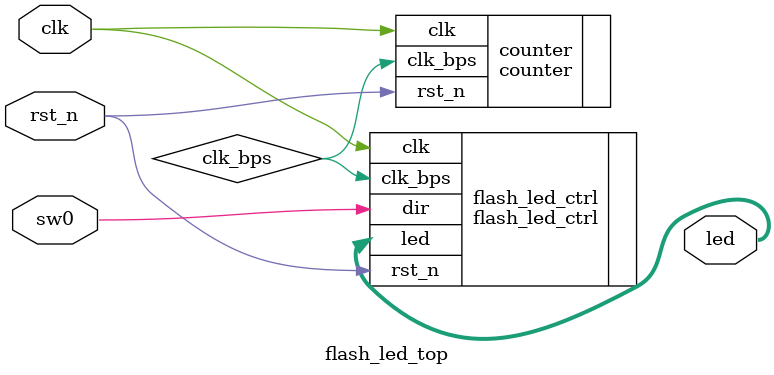
<source format=v>
`timescale 1ns/1ps

module flash_led_top(input clk, input rst_n, input sw0, output [7:0] led);
    wire clk_bps;
    counter counter(.clk(clk), .rst_n(rst_n), .clk_bps(clk_bps));
    flash_led_ctrl flash_led_ctrl(.clk(clk), .rst_n(rst_n), .dir(sw0), .clk_bps(clk_bps), .led(led));
endmodule
</source>
